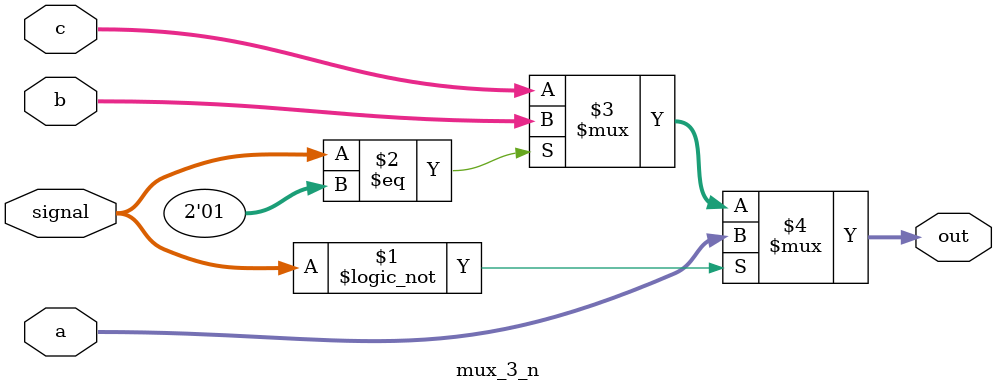
<source format=v>
`timescale 1ns / 1ps
module mux_3_n(
    input [1: 0] signal,
    input [31: 0] a, b, c,

    output [31: 0] out
);

assign out = (signal == 2'b00) ? a :
             (signal == 2'b01) ? b : c;


endmodule

</source>
